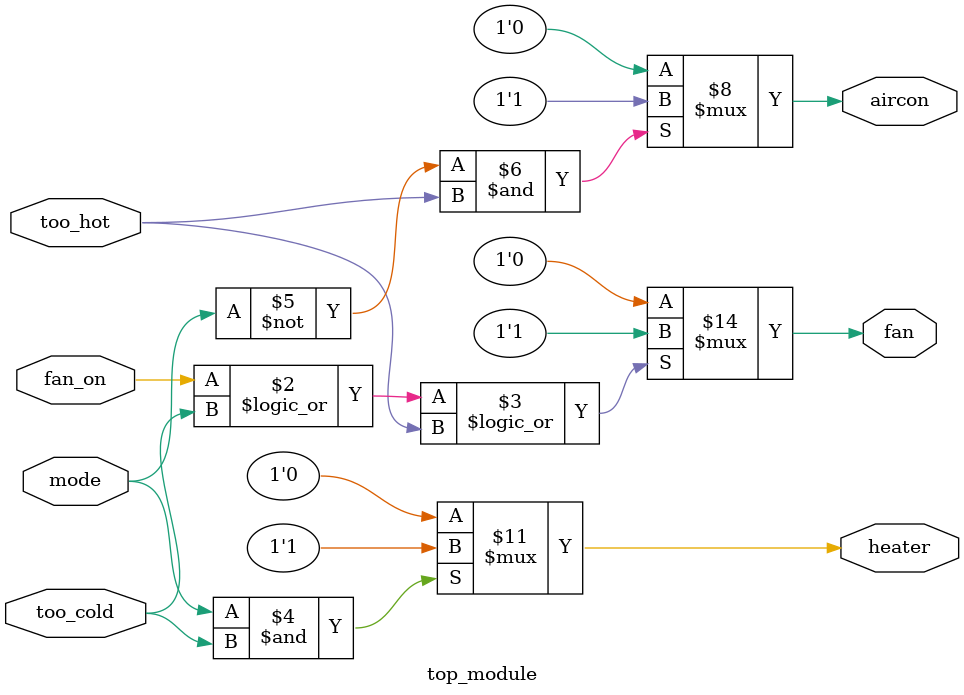
<source format=sv>
module top_module (
    input mode,
    input too_cold,
    input too_hot,
    input fan_on,
    output reg heater,
    output reg aircon,
    output reg fan
);

always @(*) begin
	// Control the fan
	if (fan_on || too_cold || too_hot) begin
		fan = 1;
	end else begin
		fan = 0;
	end
	
	// Control the heater
	if (mode & too_cold) begin
		heater = 1;
	end else begin
		heater = 0;
	end
	
	// Control the air conditioner
	if (~mode & too_hot) begin
		aircon = 1;
	end else begin
		aircon = 0;
	end
end

endmodule

</source>
